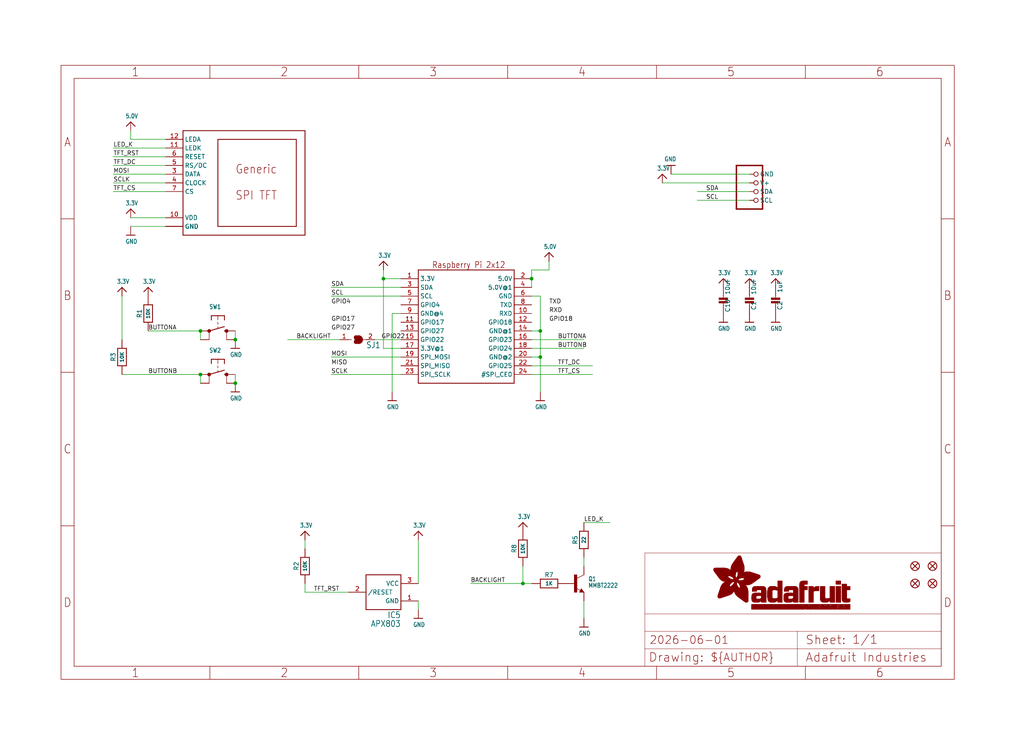
<source format=kicad_sch>
(kicad_sch (version 20230121) (generator eeschema)
  (paper "User" 298.45 217.322)
  (lib_symbols
    (symbol "working-eagle-import:3.3V" (power)
      (property "Value" "3.3V" (at -1.524 1.016 0))
      (symbol "3.3V_1_0"
        (pin power_in line (at 0 -2.54 90) (length 2.54) (name "3.3V") (number "1"))
      )
    )
    (symbol "working-eagle-import:5.0V" (power)
      (property "Value" "5.0V" (at -1.524 1.016 0))
      (symbol "5.0V_1_0"
        (pin power_in line (at 0 -2.54 90) (length 2.54) (name "5.0V") (number "1"))
      )
    )
    (symbol "working-eagle-import:AXP083-SAG"
      (property "Reference" "IC" (at -5.08 -7.62 0))
      (symbol "AXP083-SAG_1_0"
        (pin power_in line (at -10.16 -2.54 0) (length 5.08) (name "GND") (number "1"))
        (pin output line (at 10.16 0 180) (length 5.08) (name "/RESET") (number "2"))
        (pin power_in line (at -10.16 2.54 0) (length 5.08) (name "VCC") (number "3"))
      )
    )
    (symbol "working-eagle-import:CAP_CERAMIC0603_NO"
      (property "Reference" "C" (at -2.29 1.25 90))
      (symbol "CAP_CERAMIC0603_NO_1_0"
        (pin passive line (at 0 5.08 270) (length 2.54) (name "1") (number "1"))
        (pin passive line (at 0 -2.54 90) (length 2.54) (name "2") (number "2"))
      )
    )
    (symbol "working-eagle-import:CAP_CERAMIC0805-NOOUTLINE"
      (property "Reference" "C" (at -2.29 1.25 90))
      (symbol "CAP_CERAMIC0805-NOOUTLINE_1_0"
        (pin passive line (at 0 5.08 270) (length 2.54) (name "1") (number "1"))
        (pin passive line (at 0 -2.54 90) (length 2.54) (name "2") (number "2"))
      )
    )
    (symbol "working-eagle-import:DISP_LCD_GENERIC_SPI_1.14IN_13P"
      (symbol "DISP_LCD_GENERIC_SPI_1.14IN_13P_1_0"
        (text "Generic" (at -5.08 2.54 0) (effects (font (size 2.54 2.159)) (justify left bottom)))
        (text "SPI TFT" (at -5.08 -5.08 0) (effects (font (size 2.54 2.159)) (justify left bottom)))
        (pin power_in line (at -25.4 -10.16 0) (length 5.08) (name "VDD") (number "10"))
        (pin input line (at -25.4 10.16 0) (length 5.08) (name "LEDK") (number "11"))
        (pin input line (at -25.4 12.7 0) (length 5.08) (name "LEDA") (number "12"))
        (pin power_in line (at -25.4 -12.7 0) (length 5.08) (name "GND") (number "13"))
        (pin bidirectional line (at -25.4 2.54 0) (length 5.08) (name "DATA") (number "3"))
        (pin input line (at -25.4 0 0) (length 5.08) (name "CLOCK") (number "4"))
        (pin input line (at -25.4 5.08 0) (length 5.08) (name "RS/DC") (number "5"))
        (pin input line (at -25.4 7.62 0) (length 5.08) (name "RESET") (number "6"))
        (pin input line (at -25.4 -2.54 0) (length 5.08) (name "CS") (number "7"))
        (pin power_in line (at -25.4 -12.7 0) (length 5.08) (name "GND") (number "8"))
      )
    )
    (symbol "working-eagle-import:FIDUCIAL_1MM")
    (symbol "working-eagle-import:FRAME_A4_ADAFRUIT"
      (symbol "FRAME_A4_ADAFRUIT_1_0"
        (text "${#}/${##}" (at 230.505 10.16 0) (effects (font (size 2.54 2.54)) (justify left bottom)))
        (text "${AUTHOR}" (at 189.23 5.08 0) (effects (font (size 2.286 2.286)) (justify left bottom)))
        (text "${CURRENT_DATE}" (at 171.45 10.16 0) (effects (font (size 2.286 2.286)) (justify left bottom)))
        (text "${PROJECTNAME}" (at 171.45 15.24 0) (effects (font (size 2.54 2.54)) (justify left bottom)))
        (text "1" (at 21.6958 1.905 0) (effects (font (size 2.54 2.286))))
        (text "1" (at 21.6958 177.165 0) (effects (font (size 2.54 2.286))))
        (text "2" (at 65.0875 1.905 0) (effects (font (size 2.54 2.286))))
        (text "2" (at 65.0875 177.165 0) (effects (font (size 2.54 2.286))))
        (text "3" (at 108.4792 1.905 0) (effects (font (size 2.54 2.286))))
        (text "3" (at 108.4792 177.165 0) (effects (font (size 2.54 2.286))))
        (text "4" (at 151.8708 1.905 0) (effects (font (size 2.54 2.286))))
        (text "4" (at 151.8708 177.165 0) (effects (font (size 2.54 2.286))))
        (text "5" (at 195.2625 1.905 0) (effects (font (size 2.54 2.286))))
        (text "5" (at 195.2625 177.165 0) (effects (font (size 2.54 2.286))))
        (text "6" (at 238.6542 1.905 0) (effects (font (size 2.54 2.286))))
        (text "6" (at 238.6542 177.165 0) (effects (font (size 2.54 2.286))))
        (text "A" (at 1.905 156.6863 0) (effects (font (size 2.54 2.286))))
        (text "A" (at 258.445 156.6863 0) (effects (font (size 2.54 2.286))))
        (text "Adafruit Industries" (at 216.916 4.953 0) (effects (font (size 2.54 2.54)) (justify left bottom)))
        (text "B" (at 1.905 111.9188 0) (effects (font (size 2.54 2.286))))
        (text "B" (at 258.445 111.9188 0) (effects (font (size 2.54 2.286))))
        (text "C" (at 1.905 67.1513 0) (effects (font (size 2.54 2.286))))
        (text "C" (at 258.445 67.1513 0) (effects (font (size 2.54 2.286))))
        (text "D" (at 1.905 22.3838 0) (effects (font (size 2.54 2.286))))
        (text "D" (at 258.445 22.3838 0) (effects (font (size 2.54 2.286))))
        (text "Drawing:" (at 171.196 4.953 0) (effects (font (size 2.54 2.54)) (justify left bottom)))
        (text "Sheet:" (at 216.916 10.033 0) (effects (font (size 2.54 2.54)) (justify left bottom)))
      )
    )
    (symbol "working-eagle-import:GND" (power)
      (property "Value" "GND" (at -1.524 -2.54 0))
      (symbol "GND_1_0"
        (pin power_in line (at 0 2.54 270) (length 2.54) (name "GND") (number "1"))
      )
    )
    (symbol "working-eagle-import:RASPBERRYPI_2X12_THMSMT"
      (symbol "RASPBERRYPI_2X12_THMSMT_1_0"
        (text "Raspberry Pi 2x12" (at 12.7 17.78 0) (effects (font (size 1.778 1.5113)) (justify right top)))
        (pin power_in line (at -17.78 12.7 0) (length 5.08) (name "3.3V") (number "1"))
        (pin bidirectional line (at 20.32 2.54 180) (length 5.08) (name "RXD") (number "10"))
        (pin bidirectional line (at -17.78 0 0) (length 5.08) (name "GPIO17") (number "11"))
        (pin bidirectional line (at 20.32 0 180) (length 5.08) (name "GPIO18") (number "12"))
        (pin bidirectional line (at -17.78 -2.54 0) (length 5.08) (name "GPIO27") (number "13"))
        (pin power_in line (at 20.32 -2.54 180) (length 5.08) (name "GND@1") (number "14"))
        (pin bidirectional line (at -17.78 -5.08 0) (length 5.08) (name "GPIO22") (number "15"))
        (pin bidirectional line (at 20.32 -5.08 180) (length 5.08) (name "GPIO23") (number "16"))
        (pin power_in line (at -17.78 -7.62 0) (length 5.08) (name "3.3V@1") (number "17"))
        (pin bidirectional line (at 20.32 -7.62 180) (length 5.08) (name "GPIO24") (number "18"))
        (pin bidirectional line (at -17.78 -10.16 0) (length 5.08) (name "SPI_MOSI") (number "19"))
        (pin power_in line (at 20.32 12.7 180) (length 5.08) (name "5.0V") (number "2"))
        (pin power_in line (at 20.32 -10.16 180) (length 5.08) (name "GND@2") (number "20"))
        (pin bidirectional line (at -17.78 -12.7 0) (length 5.08) (name "SPI_MISO") (number "21"))
        (pin bidirectional line (at 20.32 -12.7 180) (length 5.08) (name "GPIO25") (number "22"))
        (pin bidirectional line (at -17.78 -15.24 0) (length 5.08) (name "SPI_SCLK") (number "23"))
        (pin bidirectional line (at 20.32 -15.24 180) (length 5.08) (name "#SPI_CE0") (number "24"))
        (pin bidirectional line (at -17.78 10.16 0) (length 5.08) (name "SDA") (number "3"))
        (pin power_in line (at 20.32 10.16 180) (length 5.08) (name "5.0V@1") (number "4"))
        (pin bidirectional line (at -17.78 7.62 0) (length 5.08) (name "SCL") (number "5"))
        (pin power_in line (at 20.32 7.62 180) (length 5.08) (name "GND") (number "6"))
        (pin bidirectional line (at -17.78 5.08 0) (length 5.08) (name "GPIO4") (number "7"))
        (pin bidirectional line (at 20.32 5.08 180) (length 5.08) (name "TXD") (number "8"))
        (pin power_in line (at -17.78 2.54 0) (length 5.08) (name "GND@4") (number "9"))
      )
    )
    (symbol "working-eagle-import:RESISTOR_0603_NOOUT"
      (property "Reference" "R" (at 0 2.54 0))
      (symbol "RESISTOR_0603_NOOUT_1_0"
        (pin passive line (at -5.08 0 0) (length 2.54) (name "1") (number "1"))
        (pin passive line (at 5.08 0 180) (length 2.54) (name "2") (number "2"))
      )
    )
    (symbol "working-eagle-import:SOLDERJUMPER_CLOSED"
      (property "Reference" "SJ" (at -2.54 2.54 0))
      (symbol "SOLDERJUMPER_CLOSED_1_0"
        (pin passive line (at -5.08 0 0) (length 2.54) (name "1") (number "1"))
        (pin passive line (at 5.08 0 180) (length 2.54) (name "2") (number "2"))
      )
    )
    (symbol "working-eagle-import:STEMMA_I2C_QT"
      (symbol "STEMMA_I2C_QT_1_0"
        (pin passive inverted (at 0 5.08 0) (length 2.54) (name "GND") (number "1"))
        (pin passive inverted (at 0 2.54 0) (length 2.54) (name "V+") (number "2"))
        (pin passive inverted (at 0 0 0) (length 2.54) (name "SDA") (number "3"))
        (pin passive inverted (at 0 -2.54 0) (length 2.54) (name "SCL") (number "4"))
      )
      (symbol "STEMMA_I2C_QT_2_0"
        (pin bidirectional line (at 0 0 0) (length 5.08) (name "MT") (number "MT1"))
      )
      (symbol "STEMMA_I2C_QT_3_0"
        (pin bidirectional line (at 0 0 0) (length 5.08) (name "MT") (number "MT2"))
      )
    )
    (symbol "working-eagle-import:SWITCH_TACT_SMT_EVQQ2_SMALL"
      (property "Reference" "SW" (at -2.54 6.35 0))
      (symbol "SWITCH_TACT_SMT_EVQQ2_SMALL_1_0"
        (pin passive line (at -5.08 0 0) (length 2.54) (name "P") (number "A"))
        (pin passive line (at -5.08 -2.54 0) (length 2.54) (name "P1") (number "A'"))
        (pin passive line (at 5.08 0 180) (length 2.54) (name "S") (number "B"))
        (pin passive line (at 5.08 -2.54 180) (length 2.54) (name "S1") (number "B'"))
      )
    )
    (symbol "working-eagle-import:TRANSISTOR_NPNWIDE"
      (property "Reference" "Q" (at 1.27 0.635 0))
      (symbol "TRANSISTOR_NPNWIDE_1_0"
        (pin passive line (at -5.08 0 0) (length 2.54) (name "B") (number "1"))
        (pin passive line (at 0 -5.08 90) (length 2.54) (name "E") (number "2"))
        (pin passive line (at 0 5.08 270) (length 2.54) (name "C") (number "3"))
      )
    )
  )
  (junction (at 157.48 96.52))
  (junction (at 58.42 96.52))
  (junction (at 154.94 81.28))
  (junction (at 68.58 99.06))
  (junction (at 157.48 104.14))
  (junction (at 152.4 170.18))
  (junction (at 111.76 81.28))
  (junction (at 58.42 109.22))
  (junction (at 68.58 111.76))
  (wire (pts (xy 154.94 109.22) (xy 172.72 109.22)) (stroke (width 0.1524)))
  (wire (pts (xy 58.42 109.22) (xy 58.42 111.76)) (stroke (width 0.1524)))
  (wire (pts (xy 48.26 45.72) (xy 33.02 45.72)) (stroke (width 0.1524)))
  (wire (pts (xy 99.06 99.06) (xy 83.82 99.06)) (stroke (width 0.1524)))
  (wire (pts (xy 154.94 83.82) (xy 154.94 81.28)) (stroke (width 0.1524)))
  (wire (pts (xy 114.3 91.44) (xy 114.3 114.3)) (stroke (width 0.1524)))
  (wire (pts (xy 203.2 55.88) (xy 218.44 55.88)) (stroke (width 0.1524)))
  (wire (pts (xy 33.02 50.8) (xy 48.26 50.8)) (stroke (width 0.1524)))
  (wire (pts (xy 157.48 96.52) (xy 157.48 104.14)) (stroke (width 0.1524)))
  (wire (pts (xy 48.26 40.64) (xy 38.1 40.64)) (stroke (width 0.1524)))
  (wire (pts (xy 116.84 99.06) (xy 109.22 99.06)) (stroke (width 0.1524)))
  (wire (pts (xy 203.2 58.42) (xy 218.44 58.42)) (stroke (width 0.1524)))
  (wire (pts (xy 154.94 170.18) (xy 152.4 170.18)) (stroke (width 0.1524)))
  (wire (pts (xy 157.48 86.36) (xy 157.48 96.52)) (stroke (width 0.1524)))
  (wire (pts (xy 58.42 96.52) (xy 43.18 96.52)) (stroke (width 0.1524)))
  (wire (pts (xy 218.44 50.8) (xy 195.58 50.8)) (stroke (width 0.1524)))
  (wire (pts (xy 111.76 101.6) (xy 111.76 81.28)) (stroke (width 0.1524)))
  (wire (pts (xy 157.48 104.14) (xy 157.48 114.3)) (stroke (width 0.1524)))
  (wire (pts (xy 116.84 91.44) (xy 114.3 91.44)) (stroke (width 0.1524)))
  (wire (pts (xy 48.26 43.18) (xy 33.02 43.18)) (stroke (width 0.1524)))
  (wire (pts (xy 35.56 109.22) (xy 58.42 109.22)) (stroke (width 0.1524)))
  (wire (pts (xy 177.8 152.4) (xy 170.18 152.4)) (stroke (width 0.1524)))
  (wire (pts (xy 121.92 175.26) (xy 121.92 177.8)) (stroke (width 0.1524)))
  (wire (pts (xy 58.42 99.06) (xy 58.42 96.52)) (stroke (width 0.1524)))
  (wire (pts (xy 38.1 40.64) (xy 38.1 38.1)) (stroke (width 0.1524)))
  (wire (pts (xy 68.58 109.22) (xy 68.58 111.76)) (stroke (width 0.1524)))
  (wire (pts (xy 152.4 165.1) (xy 152.4 170.18)) (stroke (width 0.1524)))
  (wire (pts (xy 170.18 175.26) (xy 170.18 180.34)) (stroke (width 0.1524)))
  (wire (pts (xy 88.9 172.72) (xy 88.9 170.18)) (stroke (width 0.1524)))
  (wire (pts (xy 116.84 81.28) (xy 111.76 81.28)) (stroke (width 0.1524)))
  (wire (pts (xy 154.94 96.52) (xy 157.48 96.52)) (stroke (width 0.1524)))
  (wire (pts (xy 116.84 101.6) (xy 111.76 101.6)) (stroke (width 0.1524)))
  (wire (pts (xy 170.18 162.56) (xy 170.18 165.1)) (stroke (width 0.1524)))
  (wire (pts (xy 160.02 78.74) (xy 160.02 76.2)) (stroke (width 0.1524)))
  (wire (pts (xy 121.92 170.18) (xy 121.92 157.48)) (stroke (width 0.1524)))
  (wire (pts (xy 154.94 99.06) (xy 170.18 99.06)) (stroke (width 0.1524)))
  (wire (pts (xy 48.26 63.5) (xy 38.1 63.5)) (stroke (width 0.1524)))
  (wire (pts (xy 116.84 109.22) (xy 96.52 109.22)) (stroke (width 0.1524)))
  (wire (pts (xy 68.58 96.52) (xy 68.58 99.06)) (stroke (width 0.1524)))
  (wire (pts (xy 154.94 106.68) (xy 172.72 106.68)) (stroke (width 0.1524)))
  (wire (pts (xy 48.26 53.34) (xy 33.02 53.34)) (stroke (width 0.1524)))
  (wire (pts (xy 96.52 83.82) (xy 116.84 83.82)) (stroke (width 0.1524)))
  (wire (pts (xy 35.56 99.06) (xy 35.56 86.36)) (stroke (width 0.1524)))
  (wire (pts (xy 111.76 81.28) (xy 111.76 78.74)) (stroke (width 0.1524)))
  (wire (pts (xy 96.52 86.36) (xy 116.84 86.36)) (stroke (width 0.1524)))
  (wire (pts (xy 154.94 78.74) (xy 160.02 78.74)) (stroke (width 0.1524)))
  (wire (pts (xy 154.94 104.14) (xy 157.48 104.14)) (stroke (width 0.1524)))
  (wire (pts (xy 154.94 101.6) (xy 170.18 101.6)) (stroke (width 0.1524)))
  (wire (pts (xy 88.9 160.02) (xy 88.9 157.48)) (stroke (width 0.1524)))
  (wire (pts (xy 154.94 81.28) (xy 154.94 78.74)) (stroke (width 0.1524)))
  (wire (pts (xy 218.44 53.34) (xy 193.04 53.34)) (stroke (width 0.1524)))
  (wire (pts (xy 48.26 48.26) (xy 33.02 48.26)) (stroke (width 0.1524)))
  (wire (pts (xy 96.52 104.14) (xy 116.84 104.14)) (stroke (width 0.1524)))
  (wire (pts (xy 154.94 86.36) (xy 157.48 86.36)) (stroke (width 0.1524)))
  (wire (pts (xy 101.6 172.72) (xy 88.9 172.72)) (stroke (width 0.1524)))
  (wire (pts (xy 38.1 66.04) (xy 48.26 66.04)) (stroke (width 0.1524)))
  (wire (pts (xy 33.02 55.88) (xy 48.26 55.88)) (stroke (width 0.1524)))
  (wire (pts (xy 152.4 170.18) (xy 137.16 170.18)) (stroke (width 0.1524)))
  (label "GPIO17" (at 96.52 93.98 0) (effects (font (size 1.2446 1.2446))))
  (label "SCLK" (at 33.02 53.34 0) (effects (font (size 1.2446 1.2446))))
  (label "BUTTONB" (at 43.18 109.22 0) (effects (font (size 1.2446 1.2446))))
  (label "TFT_DC" (at 162.56 106.68 0) (effects (font (size 1.2446 1.2446))))
  (label "BUTTONA" (at 162.56 99.06 0) (effects (font (size 1.2446 1.2446))))
  (label "MOSI" (at 33.02 50.8 0) (effects (font (size 1.2446 1.2446))))
  (label "MOSI" (at 96.52 104.14 0) (effects (font (size 1.2446 1.2446))))
  (label "TFT_RST" (at 33.02 45.72 0) (effects (font (size 1.2446 1.2446))))
  (label "GPIO22" (at 111.125 99.06 0) (effects (font (size 1.2446 1.2446))))
  (label "BUTTONA" (at 43.18 96.52 0) (effects (font (size 1.2446 1.2446))))
  (label "SDA" (at 205.74 55.88 0) (effects (font (size 1.2446 1.2446))))
  (label "BACKLIGHT" (at 86.36 99.06 0) (effects (font (size 1.2446 1.2446))))
  (label "TXD" (at 160.02 88.9 0) (effects (font (size 1.2446 1.2446))))
  (label "LED_K" (at 33.02 43.18 0) (effects (font (size 1.2446 1.2446))))
  (label "SDA" (at 96.52 83.82 0) (effects (font (size 1.2446 1.2446))))
  (label "LED_K" (at 170.18 152.4 0) (effects (font (size 1.2446 1.2446))))
  (label "BUTTONB" (at 162.56 101.6 0) (effects (font (size 1.2446 1.2446))))
  (label "TFT_CS" (at 162.56 109.22 0) (effects (font (size 1.2446 1.2446))))
  (label "TFT_CS" (at 33.02 55.88 0) (effects (font (size 1.2446 1.2446))))
  (label "TFT_DC" (at 33.02 48.26 0) (effects (font (size 1.2446 1.2446))))
  (label "SCL" (at 96.52 86.36 0) (effects (font (size 1.2446 1.2446))))
  (label "BACKLIGHT" (at 137.16 170.18 0) (effects (font (size 1.2446 1.2446))))
  (label "SCL" (at 205.74 58.42 0) (effects (font (size 1.2446 1.2446))))
  (label "MISO" (at 96.52 106.68 0) (effects (font (size 1.2446 1.2446))))
  (label "TFT_RST" (at 91.44 172.72 0) (effects (font (size 1.2446 1.2446))))
  (label "GPIO4" (at 96.52 88.9 0) (effects (font (size 1.2446 1.2446))))
  (label "SCLK" (at 96.52 109.22 0) (effects (font (size 1.2446 1.2446))))
  (label "GPIO18" (at 160.02 93.98 0) (effects (font (size 1.2446 1.2446))))
  (label "RXD" (at 160.02 91.44 0) (effects (font (size 1.2446 1.2446))))
  (label "GPIO27" (at 96.52 96.52 0) (effects (font (size 1.2446 1.2446))))
  (symbol (lib_id "working-eagle-import:GND") (at 210.82 93.98 0) (unit 1)
    (property "Reference" "#U$23" (effects hide))
    (property "Value" "GND" (at 209.296 96.52 0) (effects (font (size 1.27 1.0795)) (justify left bottom)))
  )
  (symbol (lib_id "working-eagle-import:5.0V") (at 38.1 35.56 0) (unit 1)
    (property "Reference" "#U$9" (effects hide))
    (property "Value" "5.0V" (at 36.576 34.544 0) (effects (font (size 1.27 1.0795)) (justify left bottom)))
  )
  (symbol (lib_id "working-eagle-import:GND") (at 114.3 116.84 0) (unit 1)
    (property "Reference" "#U$7" (effects hide))
    (property "Value" "GND" (at 112.776 119.38 0) (effects (font (size 1.27 1.0795)) (justify left bottom)))
  )
  (symbol (lib_id "working-eagle-import:GND") (at 121.92 180.34 0) (unit 1)
    (property "Reference" "#U$17" (effects hide))
    (property "Value" "GND" (at 120.396 182.88 0) (effects (font (size 1.27 1.0795)) (justify left bottom)))
  )
  (symbol (lib_id "working-eagle-import:3.3V") (at 121.92 154.94 0) (unit 1)
    (property "Reference" "#U$31" (effects hide))
    (property "Value" "3.3V" (at 120.396 153.924 0) (effects (font (size 1.27 1.0795)) (justify left bottom)))
  )
  (symbol (lib_id "working-eagle-import:CAP_CERAMIC0805-NOOUTLINE") (at 210.82 86.36 180) (unit 1)
    (property "Reference" "C10" (at 212.07 89.15 90))
    (property "Value" "10uF" (at 212.07 83.58 90))
    (property "Footprint" "working:0805-NO" (effects hide))
  )
  (symbol (lib_id "working-eagle-import:3.3V") (at 88.9 154.94 0) (unit 1)
    (property "Reference" "#U$21" (effects hide))
    (property "Value" "3.3V" (at 87.376 153.924 0) (effects (font (size 1.27 1.0795)) (justify left bottom)))
  )
  (symbol (lib_id "working-eagle-import:FIDUCIAL_1MM") (at 266.7 165.1 0) (unit 1)
    (property "Reference" "FID2" (effects hide))
    (property "Value" "FIDUCIAL_1MM" (effects hide))
    (property "Footprint" "working:FIDUCIAL_1MM" (effects hide))
  )
  (symbol (lib_id "working-eagle-import:FIDUCIAL_1MM") (at 266.7 170.18 0) (unit 1)
    (property "Reference" "FID3" (effects hide))
    (property "Value" "FIDUCIAL_1MM" (effects hide))
    (property "Footprint" "working:FIDUCIAL_1MM" (effects hide))
  )
  (symbol (lib_id "working-eagle-import:3.3V") (at 38.1 60.96 0) (unit 1)
    (property "Reference" "#U$13" (effects hide))
    (property "Value" "3.3V" (at 36.576 59.944 0) (effects (font (size 1.27 1.0795)) (justify left bottom)))
  )
  (symbol (lib_id "working-eagle-import:SOLDERJUMPER_CLOSED") (at 104.14 99.06 0) (unit 1)
    (property "Reference" "SJ1" (at 106.68 101.6 0) (effects (font (size 1.778 1.5113)) (justify left bottom)))
    (property "Value" "SOLDERJUMPER_CLOSED" (effects hide))
    (property "Footprint" "working:SOLDERJUMPER_CLOSEDWIRE" (effects hide))
  )
  (symbol (lib_id "working-eagle-import:GND") (at 218.44 93.98 0) (unit 1)
    (property "Reference" "#U$27" (effects hide))
    (property "Value" "GND" (at 216.916 96.52 0) (effects (font (size 1.27 1.0795)) (justify left bottom)))
  )
  (symbol (lib_id "working-eagle-import:STEMMA_I2C_QT") (at 218.44 55.88 0) (unit 1)
    (property "Reference" "CONN1" (effects hide))
    (property "Value" "STEMMA_I2C_QT" (effects hide))
    (property "Footprint" "working:JST_SH4" (effects hide))
  )
  (symbol (lib_id "working-eagle-import:SWITCH_TACT_SMT_EVQQ2_SMALL") (at 63.5 109.22 0) (unit 1)
    (property "Reference" "SW2" (at 60.96 102.87 0) (effects (font (size 1.27 1.0795)) (justify left bottom)))
    (property "Value" "SWITCH_TACT_SMT_EVQQ2_SMALL" (effects hide))
    (property "Footprint" "working:EVQ-Q2_SMALLER" (effects hide))
  )
  (symbol (lib_id "working-eagle-import:FRAME_A4_ADAFRUIT") (at 17.78 198.12 0) (unit 1)
    (property "Reference" "#U$1" (effects hide))
    (property "Value" "FRAME_A4_ADAFRUIT" (effects hide))
  )
  (symbol (lib_id "working-eagle-import:5.0V") (at 160.02 73.66 0) (unit 1)
    (property "Reference" "#U$8" (effects hide))
    (property "Value" "5.0V" (at 158.496 72.644 0) (effects (font (size 1.27 1.0795)) (justify left bottom)))
  )
  (symbol (lib_id "working-eagle-import:3.3V") (at 35.56 83.82 0) (unit 1)
    (property "Reference" "#U$14" (effects hide))
    (property "Value" "3.3V" (at 34.036 82.804 0) (effects (font (size 1.27 1.0795)) (justify left bottom)))
  )
  (symbol (lib_id "working-eagle-import:RESISTOR_0603_NOOUT") (at 160.02 170.18 0) (unit 1)
    (property "Reference" "R7" (at 160.02 167.64 0))
    (property "Value" "1K" (at 160.02 170.18 0) (effects (font (size 1.016 1.016) bold)))
    (property "Footprint" "working:0603-NO" (effects hide))
  )
  (symbol (lib_id "working-eagle-import:TRANSISTOR_NPNWIDE") (at 170.18 170.18 0) (unit 1)
    (property "Reference" "Q1" (at 171.45 169.545 0) (effects (font (size 1.27 1.0795)) (justify left bottom)))
    (property "Value" "MMBT2222" (at 171.45 171.45 0) (effects (font (size 1.27 1.0795)) (justify left bottom)))
    (property "Footprint" "working:SOT23-WIDE" (effects hide))
  )
  (symbol (lib_id "working-eagle-import:3.3V") (at 193.04 50.8 0) (unit 1)
    (property "Reference" "#U$24" (effects hide))
    (property "Value" "3.3V" (at 191.516 49.784 0) (effects (font (size 1.27 1.0795)) (justify left bottom)))
  )
  (symbol (lib_id "working-eagle-import:RESISTOR_0603_NOOUT") (at 88.9 165.1 90) (unit 1)
    (property "Reference" "R2" (at 86.36 165.1 0))
    (property "Value" "10K" (at 88.9 165.1 0) (effects (font (size 1.016 1.016) bold)))
    (property "Footprint" "working:0603-NO" (effects hide))
  )
  (symbol (lib_id "working-eagle-import:GND") (at 226.06 93.98 0) (unit 1)
    (property "Reference" "#U$18" (effects hide))
    (property "Value" "GND" (at 224.536 96.52 0) (effects (font (size 1.27 1.0795)) (justify left bottom)))
  )
  (symbol (lib_id "working-eagle-import:GND") (at 68.58 114.3 0) (unit 1)
    (property "Reference" "#U$10" (effects hide))
    (property "Value" "GND" (at 67.056 116.84 0) (effects (font (size 1.27 1.0795)) (justify left bottom)))
  )
  (symbol (lib_id "working-eagle-import:GND") (at 38.1 68.58 0) (unit 1)
    (property "Reference" "#U$5" (effects hide))
    (property "Value" "GND" (at 36.576 71.12 0) (effects (font (size 1.27 1.0795)) (justify left bottom)))
  )
  (symbol (lib_id "working-eagle-import:RESISTOR_0603_NOOUT") (at 152.4 160.02 90) (unit 1)
    (property "Reference" "R8" (at 149.86 160.02 0))
    (property "Value" "10K" (at 152.4 160.02 0) (effects (font (size 1.016 1.016) bold)))
    (property "Footprint" "working:0603-NO" (effects hide))
  )
  (symbol (lib_id "working-eagle-import:3.3V") (at 43.18 83.82 0) (unit 1)
    (property "Reference" "#U$12" (effects hide))
    (property "Value" "3.3V" (at 41.656 82.804 0) (effects (font (size 1.27 1.0795)) (justify left bottom)))
  )
  (symbol (lib_id "working-eagle-import:FIDUCIAL_1MM") (at 271.78 165.1 0) (unit 1)
    (property "Reference" "FID1" (effects hide))
    (property "Value" "FIDUCIAL_1MM" (effects hide))
    (property "Footprint" "working:FIDUCIAL_1MM" (effects hide))
  )
  (symbol (lib_id "working-eagle-import:RESISTOR_0603_NOOUT") (at 43.18 91.44 90) (unit 1)
    (property "Reference" "R1" (at 40.64 91.44 0))
    (property "Value" "10K" (at 43.18 91.44 0) (effects (font (size 1.016 1.016) bold)))
    (property "Footprint" "working:0603-NO" (effects hide))
  )
  (symbol (lib_id "working-eagle-import:3.3V") (at 152.4 152.4 0) (unit 1)
    (property "Reference" "#U$30" (effects hide))
    (property "Value" "3.3V" (at 150.876 151.384 0) (effects (font (size 1.27 1.0795)) (justify left bottom)))
  )
  (symbol (lib_id "working-eagle-import:RESISTOR_0603_NOOUT") (at 170.18 157.48 90) (unit 1)
    (property "Reference" "R5" (at 167.64 157.48 0))
    (property "Value" "22" (at 170.18 157.48 0) (effects (font (size 1.016 1.016) bold)))
    (property "Footprint" "working:0603-NO" (effects hide))
  )
  (symbol (lib_id "working-eagle-import:FIDUCIAL_1MM") (at 271.78 170.18 0) (unit 1)
    (property "Reference" "FID4" (effects hide))
    (property "Value" "FIDUCIAL_1MM" (effects hide))
    (property "Footprint" "working:FIDUCIAL_1MM" (effects hide))
  )
  (symbol (lib_id "working-eagle-import:CAP_CERAMIC0805-NOOUTLINE") (at 218.44 86.36 180) (unit 1)
    (property "Reference" "C1" (at 219.69 89.15 90))
    (property "Value" "10uF" (at 219.69 83.58 90))
    (property "Footprint" "working:0805-NO" (effects hide))
  )
  (symbol (lib_id "working-eagle-import:3.3V") (at 226.06 81.28 0) (unit 1)
    (property "Reference" "#U$16" (effects hide))
    (property "Value" "3.3V" (at 224.536 80.264 0) (effects (font (size 1.27 1.0795)) (justify left bottom)))
  )
  (symbol (lib_id "working-eagle-import:3.3V") (at 218.44 81.28 0) (unit 1)
    (property "Reference" "#U$26" (effects hide))
    (property "Value" "3.3V" (at 216.916 80.264 0) (effects (font (size 1.27 1.0795)) (justify left bottom)))
  )
  (symbol (lib_id "working-eagle-import:GND") (at 195.58 48.26 180) (unit 1)
    (property "Reference" "#U$25" (effects hide))
    (property "Value" "GND" (at 197.104 45.72 0) (effects (font (size 1.27 1.0795)) (justify left bottom)))
  )
  (symbol (lib_id "working-eagle-import:SWITCH_TACT_SMT_EVQQ2_SMALL") (at 63.5 96.52 0) (unit 1)
    (property "Reference" "SW1" (at 60.96 90.17 0) (effects (font (size 1.27 1.0795)) (justify left bottom)))
    (property "Value" "SWITCH_TACT_SMT_EVQQ2_SMALL" (effects hide))
    (property "Footprint" "working:EVQ-Q2_SMALLER" (effects hide))
  )
  (symbol (lib_id "working-eagle-import:RESISTOR_0603_NOOUT") (at 35.56 104.14 90) (unit 1)
    (property "Reference" "R3" (at 33.02 104.14 0))
    (property "Value" "10K" (at 35.56 104.14 0) (effects (font (size 1.016 1.016) bold)))
    (property "Footprint" "working:0603-NO" (effects hide))
  )
  (symbol (lib_id "working-eagle-import:AXP083-SAG") (at 111.76 172.72 0) (mirror y) (unit 1)
    (property "Reference" "IC5" (at 116.84 180.34 0) (effects (font (size 1.778 1.5113)) (justify left bottom)))
    (property "Value" "APX803" (at 116.84 182.88 0) (effects (font (size 1.778 1.5113)) (justify left bottom)))
    (property "Footprint" "working:SOT23" (effects hide))
  )
  (symbol (lib_id "working-eagle-import:3.3V") (at 210.82 81.28 0) (unit 1)
    (property "Reference" "#U$22" (effects hide))
    (property "Value" "3.3V" (at 209.296 80.264 0) (effects (font (size 1.27 1.0795)) (justify left bottom)))
  )
  (symbol (lib_id "working-eagle-import:DISP_LCD_GENERIC_SPI_1.14IN_13P") (at 73.66 53.34 0) (unit 1)
    (property "Reference" "DISP1" (effects hide))
    (property "Value" "DISP_LCD_GENERIC_SPI_1.14IN_13P" (effects hide))
    (property "Footprint" "working:TFT_1.14IN_240X135_WRAPAROUND" (effects hide))
  )
  (symbol (lib_id "working-eagle-import:GND") (at 68.58 101.6 0) (unit 1)
    (property "Reference" "#U$11" (effects hide))
    (property "Value" "GND" (at 67.056 104.14 0) (effects (font (size 1.27 1.0795)) (justify left bottom)))
  )
  (symbol (lib_id "working-eagle-import:GND") (at 157.48 116.84 0) (unit 1)
    (property "Reference" "#U$3" (effects hide))
    (property "Value" "GND" (at 155.956 119.38 0) (effects (font (size 1.27 1.0795)) (justify left bottom)))
  )
  (symbol (lib_id "working-eagle-import:CAP_CERAMIC0603_NO") (at 226.06 86.36 180) (unit 1)
    (property "Reference" "C2" (at 227.31 89.15 90))
    (property "Value" "1uF" (at 227.31 83.58 90))
    (property "Footprint" "working:0603-NO" (effects hide))
  )
  (symbol (lib_id "working-eagle-import:GND") (at 170.18 182.88 0) (unit 1)
    (property "Reference" "#U$29" (effects hide))
    (property "Value" "GND" (at 168.656 185.42 0) (effects (font (size 1.27 1.0795)) (justify left bottom)))
  )
  (symbol (lib_id "working-eagle-import:3.3V") (at 111.76 76.2 0) (unit 1)
    (property "Reference" "#U$2" (effects hide))
    (property "Value" "3.3V" (at 110.236 75.184 0) (effects (font (size 1.27 1.0795)) (justify left bottom)))
  )
  (symbol (lib_id "working-eagle-import:RASPBERRYPI_2X12_THMSMT") (at 134.62 93.98 0) (unit 1)
    (property "Reference" "RASPI1" (effects hide))
    (property "Value" "RASPBERRYPI_2X12_THMSMT" (effects hide))
    (property "Footprint" "working:RASPBERRYPI_2X12_THMSMT" (effects hide))
  )
)
</source>
